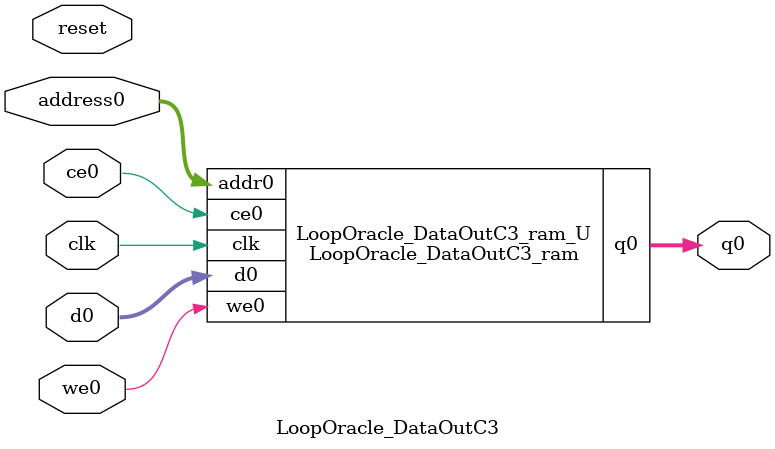
<source format=v>
`timescale 1 ns / 1 ps
module LoopOracle_DataOutC3_ram (addr0, ce0, d0, we0, q0,  clk);

parameter DWIDTH = 32;
parameter AWIDTH = 11;
parameter MEM_SIZE = 1904;

input[AWIDTH-1:0] addr0;
input ce0;
input[DWIDTH-1:0] d0;
input we0;
output reg[DWIDTH-1:0] q0;
input clk;

(* ram_style = "block" *)reg [DWIDTH-1:0] ram[0:MEM_SIZE-1];




always @(posedge clk)  
begin 
    if (ce0) 
    begin
        if (we0) 
        begin 
            ram[addr0] <= d0; 
        end 
        q0 <= ram[addr0];
    end
end


endmodule

`timescale 1 ns / 1 ps
module LoopOracle_DataOutC3(
    reset,
    clk,
    address0,
    ce0,
    we0,
    d0,
    q0);

parameter DataWidth = 32'd32;
parameter AddressRange = 32'd1904;
parameter AddressWidth = 32'd11;
input reset;
input clk;
input[AddressWidth - 1:0] address0;
input ce0;
input we0;
input[DataWidth - 1:0] d0;
output[DataWidth - 1:0] q0;



LoopOracle_DataOutC3_ram LoopOracle_DataOutC3_ram_U(
    .clk( clk ),
    .addr0( address0 ),
    .ce0( ce0 ),
    .we0( we0 ),
    .d0( d0 ),
    .q0( q0 ));

endmodule


</source>
